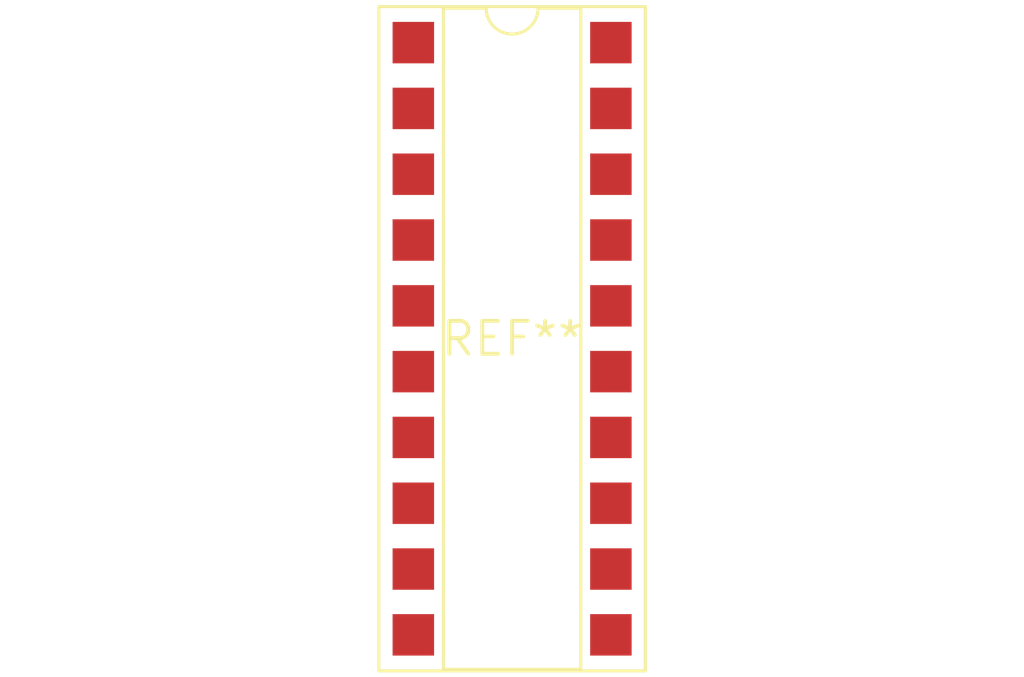
<source format=kicad_pcb>
(kicad_pcb (version 20240108) (generator pcbnew)
  (layers (0 "F.Cu" signal) (31 "B.Cu" signal) (34 "B.Paste" user) (35 "F.Paste" user) (36 "B.SilkS" user "B.Silkscreen") (37 "F.SilkS" user "F.Silkscreen") (38 "B.Mask" user) (39 "F.Mask" user) (44 "Edge.Cuts" user))
  (net 0 "")
  (footprint "DIP-20_W7.62mm_SMDSocket_SmallPads" (layer "F.Cu") (at 0 0)
    (property "Reference" "REF**")
    (property "Value" "DIP-20_W7.62mm_SMDSocket_SmallPads")
    (fp_line (start -5.14 -12.82) (end -5.14 12.82) (layer "F.SilkS") (stroke (width 0.12)))
    (fp_line (start -5.14 12.82) (end 5.14 12.82) (layer "F.SilkS") (stroke (width 0.12)))
    (fp_line (start -2.65 -12.76) (end -2.65 12.76) (layer "F.SilkS") (stroke (width 0.12)))
    (fp_line (start -2.65 12.76) (end 2.65 12.76) (layer "F.SilkS") (stroke (width 0.12)))
    (fp_line (start -1 -12.76) (end -2.65 -12.76) (layer "F.SilkS") (stroke (width 0.12)))
    (fp_line (start 2.65 -12.76) (end 1 -12.76) (layer "F.SilkS") (stroke (width 0.12)))
    (fp_line (start 2.65 12.76) (end 2.65 -12.76) (layer "F.SilkS") (stroke (width 0.12)))
    (fp_line (start 5.14 -12.82) (end -5.14 -12.82) (layer "F.SilkS") (stroke (width 0.12)))
    (fp_line (start 5.14 12.82) (end 5.14 -12.82) (layer "F.SilkS") (stroke (width 0.12)))
    (fp_arc (start 1 -12.76) (mid 0 -11.76) (end -1 -12.76) (layer "F.SilkS") (stroke (width 0.12)))
    (pad "1" smd rect (at -3.81 -11.43) (size 1.6 1.6) (layers "F.Cu" "F.Paste" "F.Mask"))
    (pad "2" smd rect (at -3.81 -8.89) (size 1.6 1.6) (layers "F.Cu" "F.Paste" "F.Mask"))
    (pad "3" smd rect (at -3.81 -6.35) (size 1.6 1.6) (layers "F.Cu" "F.Paste" "F.Mask"))
    (pad "4" smd rect (at -3.81 -3.81) (size 1.6 1.6) (layers "F.Cu" "F.Paste" "F.Mask"))
    (pad "5" smd rect (at -3.81 -1.27) (size 1.6 1.6) (layers "F.Cu" "F.Paste" "F.Mask"))
    (pad "6" smd rect (at -3.81 1.27) (size 1.6 1.6) (layers "F.Cu" "F.Paste" "F.Mask"))
    (pad "7" smd rect (at -3.81 3.81) (size 1.6 1.6) (layers "F.Cu" "F.Paste" "F.Mask"))
    (pad "8" smd rect (at -3.81 6.35) (size 1.6 1.6) (layers "F.Cu" "F.Paste" "F.Mask"))
    (pad "9" smd rect (at -3.81 8.89) (size 1.6 1.6) (layers "F.Cu" "F.Paste" "F.Mask"))
    (pad "10" smd rect (at -3.81 11.43) (size 1.6 1.6) (layers "F.Cu" "F.Paste" "F.Mask"))
    (pad "11" smd rect (at 3.81 11.43) (size 1.6 1.6) (layers "F.Cu" "F.Paste" "F.Mask"))
    (pad "12" smd rect (at 3.81 8.89) (size 1.6 1.6) (layers "F.Cu" "F.Paste" "F.Mask"))
    (pad "13" smd rect (at 3.81 6.35) (size 1.6 1.6) (layers "F.Cu" "F.Paste" "F.Mask"))
    (pad "14" smd rect (at 3.81 3.81) (size 1.6 1.6) (layers "F.Cu" "F.Paste" "F.Mask"))
    (pad "15" smd rect (at 3.81 1.27) (size 1.6 1.6) (layers "F.Cu" "F.Paste" "F.Mask"))
    (pad "16" smd rect (at 3.81 -1.27) (size 1.6 1.6) (layers "F.Cu" "F.Paste" "F.Mask"))
    (pad "17" smd rect (at 3.81 -3.81) (size 1.6 1.6) (layers "F.Cu" "F.Paste" "F.Mask"))
    (pad "18" smd rect (at 3.81 -6.35) (size 1.6 1.6) (layers "F.Cu" "F.Paste" "F.Mask"))
    (pad "19" smd rect (at 3.81 -8.89) (size 1.6 1.6) (layers "F.Cu" "F.Paste" "F.Mask"))
    (pad "20" smd rect (at 3.81 -11.43) (size 1.6 1.6) (layers "F.Cu" "F.Paste" "F.Mask"))
  )
)
</source>
